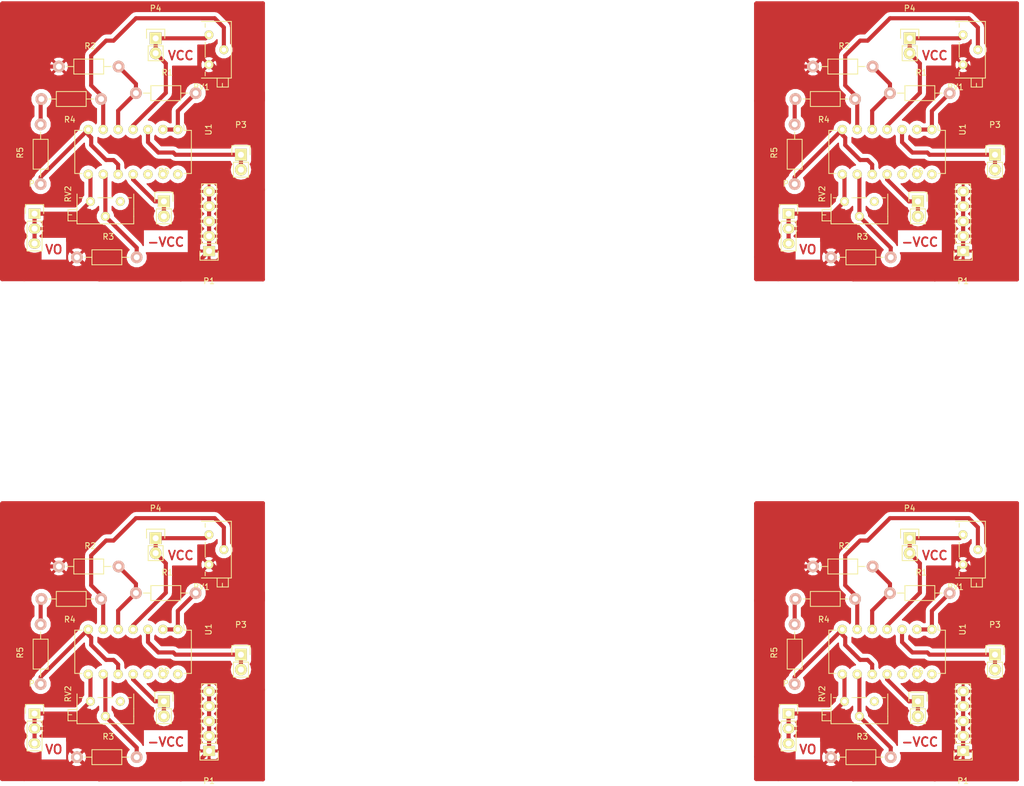
<source format=kicad_pcb>
(kicad_pcb (version 4) (host pcbnew 4.0.2+dfsg1-stable)
  (layers (0 F.Cu signal) (31 B.Cu signal) (34 B.Paste user) (35 F.Paste user) (36 B.SilkS user) (37 F.SilkS user) (38 B.Mask user) (39 F.Mask user) (44 Edge.Cuts user))
  (net 0 "")
  (net 1 /VO)
  (net 2 /V1_LBL)
  (net 3 "Net-(R1-Pad1)")
  (net 4 "Net-(R1-Pad2)")
  (net 5 GND)
  (net 6 "Net-(R3-Pad2)")
  (net 7 "Net-(R4-Pad1)")
  (net 8 "Net-(R4-Pad2)")
  (net 9 "Net-(R5-Pad1)")
  (net 10 +15V)
  (net 11 "Net-(RV2-Pad1)")
  (net 12 -15V)
  (module Pin_Headers:Pin_Header_Straight_1x05 (layer F.Cu) (at 94.986667 81.54 180)
    (fp_text reference P1 (at 0 -5.1 180) (layer F.SilkS))
    (fp_text value CONN_01X05)
    (pad 1 thru_hole rect (at 0 0 180) (size 2.032 1.7272) (drill 1.016) (layers *.Cu *.Mask F.SilkS) (net 5 GND))
    (pad 2 thru_hole oval (at 0 2.54 180) (size 2.032 1.7272) (drill 1.016) (layers *.Cu *.Mask F.SilkS) (net 5 GND))
    (pad 3 thru_hole oval (at 0 5.08 180) (size 2.032 1.7272) (drill 1.016) (layers *.Cu *.Mask F.SilkS) (net 5 GND))
    (pad 4 thru_hole oval (at 0 7.62 180) (size 2.032 1.7272) (drill 1.016) (layers *.Cu *.Mask F.SilkS) (net 5 GND))
    (pad 5 thru_hole oval (at 0 10.16 180) (size 2.032 1.7272) (drill 1.016) (layers *.Cu *.Mask F.SilkS) (net 5 GND))
  )
  (module Pin_Headers:Pin_Header_Straight_1x03 (layer F.Cu) (at 65.298333 75.175)
    (fp_text reference P2 (at 0 -5.1) (layer F.SilkS))
    (fp_text value CONN_01X03)
    (pad 1 thru_hole rect (at 0 0) (size 2.032 1.7272) (drill 1.016) (layers *.Cu *.Mask F.SilkS) (net 1 /VO))
    (pad 2 thru_hole oval (at 0 2.54) (size 2.032 1.7272) (drill 1.016) (layers *.Cu *.Mask F.SilkS) (net 1 /VO))
    (pad 3 thru_hole oval (at 0 5.08) (size 2.032 1.7272) (drill 1.016) (layers *.Cu *.Mask F.SilkS) (net 1 /VO))
  )
  (module Pin_Headers:Pin_Header_Straight_1x02 (layer F.Cu) (at 100.408333 65.145)
    (fp_text reference P3 (at 0 -5.1) (layer F.SilkS))
    (fp_text value CONN_01X02)
    (pad 1 thru_hole rect (at 0 0) (size 2.032 2.032) (drill 1.016) (layers *.Cu *.Mask F.SilkS) (net 2 /V1_LBL))
    (pad 2 thru_hole oval (at 0 2.54) (size 2.032 2.032) (drill 1.016) (layers *.Cu *.Mask F.SilkS) (net 2 /V1_LBL))
  )
  (module Pin_Headers:Pin_Header_Straight_1x02 (layer F.Cu) (at 85.898333 45.325)
    (fp_text reference P4 (at 0 -5.1) (layer F.SilkS))
    (fp_text value CONN_01X02)
    (pad 1 thru_hole rect (at 0 0) (size 2.032 2.032) (drill 1.016) (layers *.Cu *.Mask F.SilkS) (net 10 +15V))
    (pad 2 thru_hole oval (at 0 2.54) (size 2.032 2.032) (drill 1.016) (layers *.Cu *.Mask F.SilkS) (net 10 +15V))
  )
  (module Pin_Headers:Pin_Header_Straight_1x02 (layer F.Cu) (at 87.298333 73.085)
    (fp_text reference P5 (at 0 -5.1) (layer F.SilkS))
    (fp_text value CONN_01X02)
    (pad 1 thru_hole rect (at 0 0) (size 2.032 2.032) (drill 1.016) (layers *.Cu *.Mask F.SilkS) (net 12 -15V))
    (pad 2 thru_hole oval (at 0 2.54) (size 2.032 2.032) (drill 1.016) (layers *.Cu *.Mask F.SilkS) (net 12 -15V))
  )
  (module Resistors_ThroughHole:Resistor_Horizontal_RM10mm (layer F.Cu) (at 82.545001 54.65512)
    (fp_text reference R1 (at 5.32892 -3.50012) (layer F.SilkS))
    (fp_text value 100k)
    (pad 1 thru_hole circle (at 0 0) (size 1.99898 1.99898) (drill 1.00076) (layers *.Cu *.SilkS *.Mask) (net 3 "Net-(R1-Pad1)"))
    (pad 2 thru_hole circle (at 10.16 0) (size 1.99898 1.99898) (drill 1.00076) (layers *.Cu *.SilkS *.Mask) (net 4 "Net-(R1-Pad2)"))
  )
  (module Resistors_ThroughHole:Resistor_Horizontal_RM10mm (layer F.Cu) (at 69.435001 50.13512)
    (fp_text reference R2 (at 5.32892 -3.50012) (layer F.SilkS))
    (fp_text value 100k)
    (pad 1 thru_hole circle (at 0 0) (size 1.99898 1.99898) (drill 1.00076) (layers *.Cu *.SilkS *.Mask) (net 5 GND))
    (pad 2 thru_hole circle (at 10.16 0) (size 1.99898 1.99898) (drill 1.00076) (layers *.Cu *.SilkS *.Mask) (net 3 "Net-(R1-Pad1)"))
  )
  (module Resistors_ThroughHole:Resistor_Horizontal_RM10mm (layer F.Cu) (at 72.515001 82.59512)
    (fp_text reference R3 (at 5.32892 -3.50012) (layer F.SilkS))
    (fp_text value 68k)
    (pad 1 thru_hole circle (at 0 0) (size 1.99898 1.99898) (drill 1.00076) (layers *.Cu *.SilkS *.Mask) (net 5 GND))
    (pad 2 thru_hole circle (at 10.16 0) (size 1.99898 1.99898) (drill 1.00076) (layers *.Cu *.SilkS *.Mask) (net 6 "Net-(R3-Pad2)"))
  )
  (module Resistors_ThroughHole:Resistor_Horizontal_RM10mm (layer F.Cu) (at 76.619999 55.65988 180)
    (fp_text reference R4 (at 5.32892 -3.50012 180) (layer F.SilkS))
    (fp_text value 100k)
    (pad 1 thru_hole circle (at 0 0 180) (size 1.99898 1.99898) (drill 1.00076) (layers *.Cu *.SilkS *.Mask) (net 7 "Net-(R4-Pad1)"))
    (pad 2 thru_hole circle (at 10.16 0 180) (size 1.99898 1.99898) (drill 1.00076) (layers *.Cu *.SilkS *.Mask) (net 8 "Net-(R4-Pad2)"))
  )
  (module Resistors_ThroughHole:Resistor_Horizontal_RM10mm (layer F.Cu) (at 66.33512 70.134999 90)
    (fp_text reference R5 (at 5.32892 -3.50012 90) (layer F.SilkS))
    (fp_text value 100k)
    (pad 1 thru_hole circle (at 0 0 90) (size 1.99898 1.99898) (drill 1.00076) (layers *.Cu *.SilkS *.Mask) (net 9 "Net-(R5-Pad1)"))
    (pad 2 thru_hole circle (at 10.16 0 90) (size 1.99898 1.99898) (drill 1.00076) (layers *.Cu *.SilkS *.Mask) (net 8 "Net-(R4-Pad2)"))
  )
  (module Potentiometers:Potentiometer_Bourns_3296Z_3-8Zoll_Angular_ScrewFront (layer F.Cu) (at 94.959999 44.73 180)
    (fp_text reference RV1 (at 1.27 -8.89 180) (layer F.SilkS))
    (fp_text value 100k)
    (pad 2 thru_hole circle (at -2.54 -2.54 180) (size 1.524 1.524) (drill 0.8128) (layers *.Cu *.Mask F.SilkS) (net 7 "Net-(R4-Pad1)"))
    (pad 3 thru_hole circle (at 0 -5.08 180) (size 1.524 1.524) (drill 0.8128) (layers *.Cu *.Mask F.SilkS) (net 5 GND))
    (pad 1 thru_hole circle (at 0 0 180) (size 1.524 1.524) (drill 0.8128) (layers *.Cu *.Mask F.SilkS) (net 10 +15V))
  )
  (module Potentiometers:Potentiometer_Bourns_3296Z_3-8Zoll_Angular_ScrewFront (layer F.Cu) (at 79.885001 73.095 90)
    (fp_text reference RV2 (at 1.27 -8.89 90) (layer F.SilkS))
    (fp_text value 100k)
    (pad 2 thru_hole circle (at -2.54 -2.54 90) (size 1.524 1.524) (drill 0.8128) (layers *.Cu *.Mask F.SilkS) (net 6 "Net-(R3-Pad2)"))
    (pad 3 thru_hole circle (at 0 -5.08 90) (size 1.524 1.524) (drill 0.8128) (layers *.Cu *.Mask F.SilkS) (net 1 /VO))
    (pad 1 thru_hole circle (at 0 0 90) (size 1.524 1.524) (drill 0.8128) (layers *.Cu *.Mask F.SilkS) (net 11 "Net-(RV2-Pad1)"))
  )
  (module Housings_DIP:DIP-14_W7.62mm (layer F.Cu) (at 89.675 60.853571 270)
    (fp_text reference U1 (at 0 -5.22 270) (layer F.SilkS))
    (fp_text value LM324N)
    (pad 1 thru_hole oval (at 0 0 270) (size 1.6 1.6) (drill 0.8) (layers *.Cu *.Mask F.SilkS) (net 4 "Net-(R1-Pad2)"))
    (pad 2 thru_hole oval (at 0 2.54 270) (size 1.6 1.6) (drill 0.8) (layers *.Cu *.Mask F.SilkS) (net 4 "Net-(R1-Pad2)"))
    (pad 3 thru_hole oval (at 0 5.08 270) (size 1.6 1.6) (drill 0.8) (layers *.Cu *.Mask F.SilkS) (net 2 /V1_LBL))
    (pad 4 thru_hole oval (at 0 7.62 270) (size 1.6 1.6) (drill 0.8) (layers *.Cu *.Mask F.SilkS) (net 10 +15V))
    (pad 5 thru_hole oval (at 0 10.16 270) (size 1.6 1.6) (drill 0.8) (layers *.Cu *.Mask F.SilkS) (net 3 "Net-(R1-Pad1)"))
    (pad 6 thru_hole oval (at 0 12.7 270) (size 1.6 1.6) (drill 0.8) (layers *.Cu *.Mask F.SilkS) (net 7 "Net-(R4-Pad1)"))
    (pad 7 thru_hole oval (at 0 15.24 270) (size 1.6 1.6) (drill 0.8) (layers *.Cu *.Mask F.SilkS) (net 9 "Net-(R5-Pad1)"))
    (pad 8 thru_hole oval (at 7.62 15.24 270) (size 1.6 1.6) (drill 0.8) (layers *.Cu *.Mask F.SilkS) (net 1 /VO))
    (pad 9 thru_hole oval (at 7.62 12.7 270) (size 1.6 1.6) (drill 0.8) (layers *.Cu *.Mask F.SilkS) (net 6 "Net-(R3-Pad2)"))
    (pad 10 thru_hole oval (at 7.62 10.16 270) (size 1.6 1.6) (drill 0.8) (layers *.Cu *.Mask F.SilkS) (net 9 "Net-(R5-Pad1)"))
    (pad 11 thru_hole oval (at 7.62 7.62 270) (size 1.6 1.6) (drill 0.8) (layers *.Cu *.Mask F.SilkS) (net 12 -15V))
    (pad 12 thru_hole oval (at 7.62 5.08 270) (size 1.6 1.6) (drill 0.8) (layers *.Cu *.Mask F.SilkS))
    (pad 13 thru_hole oval (at 7.62 2.54 270) (size 1.6 1.6) (drill 0.8) (layers *.Cu *.Mask F.SilkS))
    (pad 14 thru_hole oval (at 7.62 0 270) (size 1.6 1.6) (drill 0.8) (layers *.Cu *.Mask F.SilkS))
  )
  (module Housings_DIP:DIP-14_W7.62mm (layer F.Cu) (at 217.945 60.853571 270)
    (fp_text reference U1 (at 0 -5.22 270) (layer F.SilkS))
    (fp_text value LM324N)
    (pad 1 thru_hole oval (at 0 0 270) (size 1.6 1.6) (drill 0.8) (layers *.Cu *.Mask F.SilkS) (net 4 "Net-(R1-Pad2)"))
    (pad 2 thru_hole oval (at 0 2.54 270) (size 1.6 1.6) (drill 0.8) (layers *.Cu *.Mask F.SilkS) (net 4 "Net-(R1-Pad2)"))
    (pad 3 thru_hole oval (at 0 5.08 270) (size 1.6 1.6) (drill 0.8) (layers *.Cu *.Mask F.SilkS) (net 2 /V1_LBL))
    (pad 4 thru_hole oval (at 0 7.62 270) (size 1.6 1.6) (drill 0.8) (layers *.Cu *.Mask F.SilkS) (net 10 +15V))
    (pad 5 thru_hole oval (at 0 10.16 270) (size 1.6 1.6) (drill 0.8) (layers *.Cu *.Mask F.SilkS) (net 3 "Net-(R1-Pad1)"))
    (pad 6 thru_hole oval (at 0 12.7 270) (size 1.6 1.6) (drill 0.8) (layers *.Cu *.Mask F.SilkS) (net 7 "Net-(R4-Pad1)"))
    (pad 7 thru_hole oval (at 0 15.24 270) (size 1.6 1.6) (drill 0.8) (layers *.Cu *.Mask F.SilkS) (net 9 "Net-(R5-Pad1)"))
    (pad 8 thru_hole oval (at 7.62 15.24 270) (size 1.6 1.6) (drill 0.8) (layers *.Cu *.Mask F.SilkS) (net 1 /VO))
    (pad 9 thru_hole oval (at 7.62 12.7 270) (size 1.6 1.6) (drill 0.8) (layers *.Cu *.Mask F.SilkS) (net 6 "Net-(R3-Pad2)"))
    (pad 10 thru_hole oval (at 7.62 10.16 270) (size 1.6 1.6) (drill 0.8) (layers *.Cu *.Mask F.SilkS) (net 9 "Net-(R5-Pad1)"))
    (pad 11 thru_hole oval (at 7.62 7.62 270) (size 1.6 1.6) (drill 0.8) (layers *.Cu *.Mask F.SilkS) (net 12 -15V))
    (pad 12 thru_hole oval (at 7.62 5.08 270) (size 1.6 1.6) (drill 0.8) (layers *.Cu *.Mask F.SilkS))
    (pad 13 thru_hole oval (at 7.62 2.54 270) (size 1.6 1.6) (drill 0.8) (layers *.Cu *.Mask F.SilkS))
    (pad 14 thru_hole oval (at 7.62 0 270) (size 1.6 1.6) (drill 0.8) (layers *.Cu *.Mask F.SilkS))
  )
  (module Potentiometers:Potentiometer_Bourns_3296Z_3-8Zoll_Angular_ScrewFront (layer F.Cu) (at 208.155001 73.095 90)
    (fp_text reference RV2 (at 1.27 -8.89 90) (layer F.SilkS))
    (fp_text value 100k)
    (pad 2 thru_hole circle (at -2.54 -2.54 90) (size 1.524 1.524) (drill 0.8128) (layers *.Cu *.Mask F.SilkS) (net 6 "Net-(R3-Pad2)"))
    (pad 3 thru_hole circle (at 0 -5.08 90) (size 1.524 1.524) (drill 0.8128) (layers *.Cu *.Mask F.SilkS) (net 1 /VO))
    (pad 1 thru_hole circle (at 0 0 90) (size 1.524 1.524) (drill 0.8128) (layers *.Cu *.Mask F.SilkS) (net 11 "Net-(RV2-Pad1)"))
  )
  (module Potentiometers:Potentiometer_Bourns_3296Z_3-8Zoll_Angular_ScrewFront (layer F.Cu) (at 223.229999 44.73 180)
    (fp_text reference RV1 (at 1.27 -8.89 180) (layer F.SilkS))
    (fp_text value 100k)
    (pad 2 thru_hole circle (at -2.54 -2.54 180) (size 1.524 1.524) (drill 0.8128) (layers *.Cu *.Mask F.SilkS) (net 7 "Net-(R4-Pad1)"))
    (pad 3 thru_hole circle (at 0 -5.08 180) (size 1.524 1.524) (drill 0.8128) (layers *.Cu *.Mask F.SilkS) (net 5 GND))
    (pad 1 thru_hole circle (at 0 0 180) (size 1.524 1.524) (drill 0.8128) (layers *.Cu *.Mask F.SilkS) (net 10 +15V))
  )
  (module Resistors_ThroughHole:Resistor_Horizontal_RM10mm (layer F.Cu) (at 194.60512 70.134999 90)
    (fp_text reference R5 (at 5.32892 -3.50012 90) (layer F.SilkS))
    (fp_text value 100k)
    (pad 1 thru_hole circle (at 0 0 90) (size 1.99898 1.99898) (drill 1.00076) (layers *.Cu *.SilkS *.Mask) (net 9 "Net-(R5-Pad1)"))
    (pad 2 thru_hole circle (at 10.16 0 90) (size 1.99898 1.99898) (drill 1.00076) (layers *.Cu *.SilkS *.Mask) (net 8 "Net-(R4-Pad2)"))
  )
  (module Resistors_ThroughHole:Resistor_Horizontal_RM10mm (layer F.Cu) (at 204.889999 55.65988 180)
    (fp_text reference R4 (at 5.32892 -3.50012 180) (layer F.SilkS))
    (fp_text value 100k)
    (pad 1 thru_hole circle (at 0 0 180) (size 1.99898 1.99898) (drill 1.00076) (layers *.Cu *.SilkS *.Mask) (net 7 "Net-(R4-Pad1)"))
    (pad 2 thru_hole circle (at 10.16 0 180) (size 1.99898 1.99898) (drill 1.00076) (layers *.Cu *.SilkS *.Mask) (net 8 "Net-(R4-Pad2)"))
  )
  (module Resistors_ThroughHole:Resistor_Horizontal_RM10mm (layer F.Cu) (at 200.785001 82.59512)
    (fp_text reference R3 (at 5.32892 -3.50012) (layer F.SilkS))
    (fp_text value 68k)
    (pad 1 thru_hole circle (at 0 0) (size 1.99898 1.99898) (drill 1.00076) (layers *.Cu *.SilkS *.Mask) (net 5 GND))
    (pad 2 thru_hole circle (at 10.16 0) (size 1.99898 1.99898) (drill 1.00076) (layers *.Cu *.SilkS *.Mask) (net 6 "Net-(R3-Pad2)"))
  )
  (module Resistors_ThroughHole:Resistor_Horizontal_RM10mm (layer F.Cu) (at 197.705001 50.13512)
    (fp_text reference R2 (at 5.32892 -3.50012) (layer F.SilkS))
    (fp_text value 100k)
    (pad 1 thru_hole circle (at 0 0) (size 1.99898 1.99898) (drill 1.00076) (layers *.Cu *.SilkS *.Mask) (net 5 GND))
    (pad 2 thru_hole circle (at 10.16 0) (size 1.99898 1.99898) (drill 1.00076) (layers *.Cu *.SilkS *.Mask) (net 3 "Net-(R1-Pad1)"))
  )
  (module Resistors_ThroughHole:Resistor_Horizontal_RM10mm (layer F.Cu) (at 210.815001 54.65512)
    (fp_text reference R1 (at 5.32892 -3.50012) (layer F.SilkS))
    (fp_text value 100k)
    (pad 1 thru_hole circle (at 0 0) (size 1.99898 1.99898) (drill 1.00076) (layers *.Cu *.SilkS *.Mask) (net 3 "Net-(R1-Pad1)"))
    (pad 2 thru_hole circle (at 10.16 0) (size 1.99898 1.99898) (drill 1.00076) (layers *.Cu *.SilkS *.Mask) (net 4 "Net-(R1-Pad2)"))
  )
  (module Pin_Headers:Pin_Header_Straight_1x02 (layer F.Cu) (at 215.568333 73.085)
    (fp_text reference P5 (at 0 -5.1) (layer F.SilkS))
    (fp_text value CONN_01X02)
    (pad 1 thru_hole rect (at 0 0) (size 2.032 2.032) (drill 1.016) (layers *.Cu *.Mask F.SilkS) (net 12 -15V))
    (pad 2 thru_hole oval (at 0 2.54) (size 2.032 2.032) (drill 1.016) (layers *.Cu *.Mask F.SilkS) (net 12 -15V))
  )
  (module Pin_Headers:Pin_Header_Straight_1x02 (layer F.Cu) (at 214.168333 45.325)
    (fp_text reference P4 (at 0 -5.1) (layer F.SilkS))
    (fp_text value CONN_01X02)
    (pad 1 thru_hole rect (at 0 0) (size 2.032 2.032) (drill 1.016) (layers *.Cu *.Mask F.SilkS) (net 10 +15V))
    (pad 2 thru_hole oval (at 0 2.54) (size 2.032 2.032) (drill 1.016) (layers *.Cu *.Mask F.SilkS) (net 10 +15V))
  )
  (module Pin_Headers:Pin_Header_Straight_1x02 (layer F.Cu) (at 228.678333 65.145)
    (fp_text reference P3 (at 0 -5.1) (layer F.SilkS))
    (fp_text value CONN_01X02)
    (pad 1 thru_hole rect (at 0 0) (size 2.032 2.032) (drill 1.016) (layers *.Cu *.Mask F.SilkS) (net 2 /V1_LBL))
    (pad 2 thru_hole oval (at 0 2.54) (size 2.032 2.032) (drill 1.016) (layers *.Cu *.Mask F.SilkS) (net 2 /V1_LBL))
  )
  (module Pin_Headers:Pin_Header_Straight_1x03 (layer F.Cu) (at 193.568333 75.175)
    (fp_text reference P2 (at 0 -5.1) (layer F.SilkS))
    (fp_text value CONN_01X03)
    (pad 1 thru_hole rect (at 0 0) (size 2.032 1.7272) (drill 1.016) (layers *.Cu *.Mask F.SilkS) (net 1 /VO))
    (pad 2 thru_hole oval (at 0 2.54) (size 2.032 1.7272) (drill 1.016) (layers *.Cu *.Mask F.SilkS) (net 1 /VO))
    (pad 3 thru_hole oval (at 0 5.08) (size 2.032 1.7272) (drill 1.016) (layers *.Cu *.Mask F.SilkS) (net 1 /VO))
  )
  (module Pin_Headers:Pin_Header_Straight_1x05 (layer F.Cu) (at 223.256667 81.54 180)
    (fp_text reference P1 (at 0 -5.1 180) (layer F.SilkS))
    (fp_text value CONN_01X05)
    (pad 1 thru_hole rect (at 0 0 180) (size 2.032 1.7272) (drill 1.016) (layers *.Cu *.Mask F.SilkS) (net 5 GND))
    (pad 2 thru_hole oval (at 0 2.54 180) (size 2.032 1.7272) (drill 1.016) (layers *.Cu *.Mask F.SilkS) (net 5 GND))
    (pad 3 thru_hole oval (at 0 5.08 180) (size 2.032 1.7272) (drill 1.016) (layers *.Cu *.Mask F.SilkS) (net 5 GND))
    (pad 4 thru_hole oval (at 0 7.62 180) (size 2.032 1.7272) (drill 1.016) (layers *.Cu *.Mask F.SilkS) (net 5 GND))
    (pad 5 thru_hole oval (at 0 10.16 180) (size 2.032 1.7272) (drill 1.016) (layers *.Cu *.Mask F.SilkS) (net 5 GND))
  )
  (module Pin_Headers:Pin_Header_Straight_1x05 (layer F.Cu) (at 223.256667 166.63 180)
    (fp_text reference P1 (at 0 -5.1 180) (layer F.SilkS))
    (fp_text value CONN_01X05)
    (pad 1 thru_hole rect (at 0 0 180) (size 2.032 1.7272) (drill 1.016) (layers *.Cu *.Mask F.SilkS) (net 5 GND))
    (pad 2 thru_hole oval (at 0 2.54 180) (size 2.032 1.7272) (drill 1.016) (layers *.Cu *.Mask F.SilkS) (net 5 GND))
    (pad 3 thru_hole oval (at 0 5.08 180) (size 2.032 1.7272) (drill 1.016) (layers *.Cu *.Mask F.SilkS) (net 5 GND))
    (pad 4 thru_hole oval (at 0 7.62 180) (size 2.032 1.7272) (drill 1.016) (layers *.Cu *.Mask F.SilkS) (net 5 GND))
    (pad 5 thru_hole oval (at 0 10.16 180) (size 2.032 1.7272) (drill 1.016) (layers *.Cu *.Mask F.SilkS) (net 5 GND))
  )
  (module Pin_Headers:Pin_Header_Straight_1x03 (layer F.Cu) (at 193.568333 160.265)
    (fp_text reference P2 (at 0 -5.1) (layer F.SilkS))
    (fp_text value CONN_01X03)
    (pad 1 thru_hole rect (at 0 0) (size 2.032 1.7272) (drill 1.016) (layers *.Cu *.Mask F.SilkS) (net 1 /VO))
    (pad 2 thru_hole oval (at 0 2.54) (size 2.032 1.7272) (drill 1.016) (layers *.Cu *.Mask F.SilkS) (net 1 /VO))
    (pad 3 thru_hole oval (at 0 5.08) (size 2.032 1.7272) (drill 1.016) (layers *.Cu *.Mask F.SilkS) (net 1 /VO))
  )
  (module Pin_Headers:Pin_Header_Straight_1x02 (layer F.Cu) (at 228.678333 150.235)
    (fp_text reference P3 (at 0 -5.1) (layer F.SilkS))
    (fp_text value CONN_01X02)
    (pad 1 thru_hole rect (at 0 0) (size 2.032 2.032) (drill 1.016) (layers *.Cu *.Mask F.SilkS) (net 2 /V1_LBL))
    (pad 2 thru_hole oval (at 0 2.54) (size 2.032 2.032) (drill 1.016) (layers *.Cu *.Mask F.SilkS) (net 2 /V1_LBL))
  )
  (module Pin_Headers:Pin_Header_Straight_1x02 (layer F.Cu) (at 214.168333 130.415)
    (fp_text reference P4 (at 0 -5.1) (layer F.SilkS))
    (fp_text value CONN_01X02)
    (pad 1 thru_hole rect (at 0 0) (size 2.032 2.032) (drill 1.016) (layers *.Cu *.Mask F.SilkS) (net 10 +15V))
    (pad 2 thru_hole oval (at 0 2.54) (size 2.032 2.032) (drill 1.016) (layers *.Cu *.Mask F.SilkS) (net 10 +15V))
  )
  (module Pin_Headers:Pin_Header_Straight_1x02 (layer F.Cu) (at 215.568333 158.175)
    (fp_text reference P5 (at 0 -5.1) (layer F.SilkS))
    (fp_text value CONN_01X02)
    (pad 1 thru_hole rect (at 0 0) (size 2.032 2.032) (drill 1.016) (layers *.Cu *.Mask F.SilkS) (net 12 -15V))
    (pad 2 thru_hole oval (at 0 2.54) (size 2.032 2.032) (drill 1.016) (layers *.Cu *.Mask F.SilkS) (net 12 -15V))
  )
  (module Resistors_ThroughHole:Resistor_Horizontal_RM10mm (layer F.Cu) (at 210.815001 139.74512)
    (fp_text reference R1 (at 5.32892 -3.50012) (layer F.SilkS))
    (fp_text value 100k)
    (pad 1 thru_hole circle (at 0 0) (size 1.99898 1.99898) (drill 1.00076) (layers *.Cu *.SilkS *.Mask) (net 3 "Net-(R1-Pad1)"))
    (pad 2 thru_hole circle (at 10.16 0) (size 1.99898 1.99898) (drill 1.00076) (layers *.Cu *.SilkS *.Mask) (net 4 "Net-(R1-Pad2)"))
  )
  (module Resistors_ThroughHole:Resistor_Horizontal_RM10mm (layer F.Cu) (at 197.705001 135.22512)
    (fp_text reference R2 (at 5.32892 -3.50012) (layer F.SilkS))
    (fp_text value 100k)
    (pad 1 thru_hole circle (at 0 0) (size 1.99898 1.99898) (drill 1.00076) (layers *.Cu *.SilkS *.Mask) (net 5 GND))
    (pad 2 thru_hole circle (at 10.16 0) (size 1.99898 1.99898) (drill 1.00076) (layers *.Cu *.SilkS *.Mask) (net 3 "Net-(R1-Pad1)"))
  )
  (module Resistors_ThroughHole:Resistor_Horizontal_RM10mm (layer F.Cu) (at 200.785001 167.68512)
    (fp_text reference R3 (at 5.32892 -3.50012) (layer F.SilkS))
    (fp_text value 68k)
    (pad 1 thru_hole circle (at 0 0) (size 1.99898 1.99898) (drill 1.00076) (layers *.Cu *.SilkS *.Mask) (net 5 GND))
    (pad 2 thru_hole circle (at 10.16 0) (size 1.99898 1.99898) (drill 1.00076) (layers *.Cu *.SilkS *.Mask) (net 6 "Net-(R3-Pad2)"))
  )
  (module Resistors_ThroughHole:Resistor_Horizontal_RM10mm (layer F.Cu) (at 204.889999 140.74988 180)
    (fp_text reference R4 (at 5.32892 -3.50012 180) (layer F.SilkS))
    (fp_text value 100k)
    (pad 1 thru_hole circle (at 0 0 180) (size 1.99898 1.99898) (drill 1.00076) (layers *.Cu *.SilkS *.Mask) (net 7 "Net-(R4-Pad1)"))
    (pad 2 thru_hole circle (at 10.16 0 180) (size 1.99898 1.99898) (drill 1.00076) (layers *.Cu *.SilkS *.Mask) (net 8 "Net-(R4-Pad2)"))
  )
  (module Resistors_ThroughHole:Resistor_Horizontal_RM10mm (layer F.Cu) (at 194.60512 155.224999 90)
    (fp_text reference R5 (at 5.32892 -3.50012 90) (layer F.SilkS))
    (fp_text value 100k)
    (pad 1 thru_hole circle (at 0 0 90) (size 1.99898 1.99898) (drill 1.00076) (layers *.Cu *.SilkS *.Mask) (net 9 "Net-(R5-Pad1)"))
    (pad 2 thru_hole circle (at 10.16 0 90) (size 1.99898 1.99898) (drill 1.00076) (layers *.Cu *.SilkS *.Mask) (net 8 "Net-(R4-Pad2)"))
  )
  (module Potentiometers:Potentiometer_Bourns_3296Z_3-8Zoll_Angular_ScrewFront (layer F.Cu) (at 223.229999 129.82 180)
    (fp_text reference RV1 (at 1.27 -8.89 180) (layer F.SilkS))
    (fp_text value 100k)
    (pad 2 thru_hole circle (at -2.54 -2.54 180) (size 1.524 1.524) (drill 0.8128) (layers *.Cu *.Mask F.SilkS) (net 7 "Net-(R4-Pad1)"))
    (pad 3 thru_hole circle (at 0 -5.08 180) (size 1.524 1.524) (drill 0.8128) (layers *.Cu *.Mask F.SilkS) (net 5 GND))
    (pad 1 thru_hole circle (at 0 0 180) (size 1.524 1.524) (drill 0.8128) (layers *.Cu *.Mask F.SilkS) (net 10 +15V))
  )
  (module Potentiometers:Potentiometer_Bourns_3296Z_3-8Zoll_Angular_ScrewFront (layer F.Cu) (at 208.155001 158.185 90)
    (fp_text reference RV2 (at 1.27 -8.89 90) (layer F.SilkS))
    (fp_text value 100k)
    (pad 2 thru_hole circle (at -2.54 -2.54 90) (size 1.524 1.524) (drill 0.8128) (layers *.Cu *.Mask F.SilkS) (net 6 "Net-(R3-Pad2)"))
    (pad 3 thru_hole circle (at 0 -5.08 90) (size 1.524 1.524) (drill 0.8128) (layers *.Cu *.Mask F.SilkS) (net 1 /VO))
    (pad 1 thru_hole circle (at 0 0 90) (size 1.524 1.524) (drill 0.8128) (layers *.Cu *.Mask F.SilkS) (net 11 "Net-(RV2-Pad1)"))
  )
  (module Housings_DIP:DIP-14_W7.62mm (layer F.Cu) (at 217.945 145.943571 270)
    (fp_text reference U1 (at 0 -5.22 270) (layer F.SilkS))
    (fp_text value LM324N)
    (pad 1 thru_hole oval (at 0 0 270) (size 1.6 1.6) (drill 0.8) (layers *.Cu *.Mask F.SilkS) (net 4 "Net-(R1-Pad2)"))
    (pad 2 thru_hole oval (at 0 2.54 270) (size 1.6 1.6) (drill 0.8) (layers *.Cu *.Mask F.SilkS) (net 4 "Net-(R1-Pad2)"))
    (pad 3 thru_hole oval (at 0 5.08 270) (size 1.6 1.6) (drill 0.8) (layers *.Cu *.Mask F.SilkS) (net 2 /V1_LBL))
    (pad 4 thru_hole oval (at 0 7.62 270) (size 1.6 1.6) (drill 0.8) (layers *.Cu *.Mask F.SilkS) (net 10 +15V))
    (pad 5 thru_hole oval (at 0 10.16 270) (size 1.6 1.6) (drill 0.8) (layers *.Cu *.Mask F.SilkS) (net 3 "Net-(R1-Pad1)"))
    (pad 6 thru_hole oval (at 0 12.7 270) (size 1.6 1.6) (drill 0.8) (layers *.Cu *.Mask F.SilkS) (net 7 "Net-(R4-Pad1)"))
    (pad 7 thru_hole oval (at 0 15.24 270) (size 1.6 1.6) (drill 0.8) (layers *.Cu *.Mask F.SilkS) (net 9 "Net-(R5-Pad1)"))
    (pad 8 thru_hole oval (at 7.62 15.24 270) (size 1.6 1.6) (drill 0.8) (layers *.Cu *.Mask F.SilkS) (net 1 /VO))
    (pad 9 thru_hole oval (at 7.62 12.7 270) (size 1.6 1.6) (drill 0.8) (layers *.Cu *.Mask F.SilkS) (net 6 "Net-(R3-Pad2)"))
    (pad 10 thru_hole oval (at 7.62 10.16 270) (size 1.6 1.6) (drill 0.8) (layers *.Cu *.Mask F.SilkS) (net 9 "Net-(R5-Pad1)"))
    (pad 11 thru_hole oval (at 7.62 7.62 270) (size 1.6 1.6) (drill 0.8) (layers *.Cu *.Mask F.SilkS) (net 12 -15V))
    (pad 12 thru_hole oval (at 7.62 5.08 270) (size 1.6 1.6) (drill 0.8) (layers *.Cu *.Mask F.SilkS))
    (pad 13 thru_hole oval (at 7.62 2.54 270) (size 1.6 1.6) (drill 0.8) (layers *.Cu *.Mask F.SilkS))
    (pad 14 thru_hole oval (at 7.62 0 270) (size 1.6 1.6) (drill 0.8) (layers *.Cu *.Mask F.SilkS))
  )
  (module Housings_DIP:DIP-14_W7.62mm (layer F.Cu) (at 89.675 145.943571 270)
    (fp_text reference U1 (at 0 -5.22 270) (layer F.SilkS))
    (fp_text value LM324N)
    (pad 1 thru_hole oval (at 0 0 270) (size 1.6 1.6) (drill 0.8) (layers *.Cu *.Mask F.SilkS) (net 4 "Net-(R1-Pad2)"))
    (pad 2 thru_hole oval (at 0 2.54 270) (size 1.6 1.6) (drill 0.8) (layers *.Cu *.Mask F.SilkS) (net 4 "Net-(R1-Pad2)"))
    (pad 3 thru_hole oval (at 0 5.08 270) (size 1.6 1.6) (drill 0.8) (layers *.Cu *.Mask F.SilkS) (net 2 /V1_LBL))
    (pad 4 thru_hole oval (at 0 7.62 270) (size 1.6 1.6) (drill 0.8) (layers *.Cu *.Mask F.SilkS) (net 10 +15V))
    (pad 5 thru_hole oval (at 0 10.16 270) (size 1.6 1.6) (drill 0.8) (layers *.Cu *.Mask F.SilkS) (net 3 "Net-(R1-Pad1)"))
    (pad 6 thru_hole oval (at 0 12.7 270) (size 1.6 1.6) (drill 0.8) (layers *.Cu *.Mask F.SilkS) (net 7 "Net-(R4-Pad1)"))
    (pad 7 thru_hole oval (at 0 15.24 270) (size 1.6 1.6) (drill 0.8) (layers *.Cu *.Mask F.SilkS) (net 9 "Net-(R5-Pad1)"))
    (pad 8 thru_hole oval (at 7.62 15.24 270) (size 1.6 1.6) (drill 0.8) (layers *.Cu *.Mask F.SilkS) (net 1 /VO))
    (pad 9 thru_hole oval (at 7.62 12.7 270) (size 1.6 1.6) (drill 0.8) (layers *.Cu *.Mask F.SilkS) (net 6 "Net-(R3-Pad2)"))
    (pad 10 thru_hole oval (at 7.62 10.16 270) (size 1.6 1.6) (drill 0.8) (layers *.Cu *.Mask F.SilkS) (net 9 "Net-(R5-Pad1)"))
    (pad 11 thru_hole oval (at 7.62 7.62 270) (size 1.6 1.6) (drill 0.8) (layers *.Cu *.Mask F.SilkS) (net 12 -15V))
    (pad 12 thru_hole oval (at 7.62 5.08 270) (size 1.6 1.6) (drill 0.8) (layers *.Cu *.Mask F.SilkS))
    (pad 13 thru_hole oval (at 7.62 2.54 270) (size 1.6 1.6) (drill 0.8) (layers *.Cu *.Mask F.SilkS))
    (pad 14 thru_hole oval (at 7.62 0 270) (size 1.6 1.6) (drill 0.8) (layers *.Cu *.Mask F.SilkS))
  )
  (module Potentiometers:Potentiometer_Bourns_3296Z_3-8Zoll_Angular_ScrewFront (layer F.Cu) (at 79.885001 158.185 90)
    (fp_text reference RV2 (at 1.27 -8.89 90) (layer F.SilkS))
    (fp_text value 100k)
    (pad 2 thru_hole circle (at -2.54 -2.54 90) (size 1.524 1.524) (drill 0.8128) (layers *.Cu *.Mask F.SilkS) (net 6 "Net-(R3-Pad2)"))
    (pad 3 thru_hole circle (at 0 -5.08 90) (size 1.524 1.524) (drill 0.8128) (layers *.Cu *.Mask F.SilkS) (net 1 /VO))
    (pad 1 thru_hole circle (at 0 0 90) (size 1.524 1.524) (drill 0.8128) (layers *.Cu *.Mask F.SilkS) (net 11 "Net-(RV2-Pad1)"))
  )
  (module Potentiometers:Potentiometer_Bourns_3296Z_3-8Zoll_Angular_ScrewFront (layer F.Cu) (at 94.959999 129.82 180)
    (fp_text reference RV1 (at 1.27 -8.89 180) (layer F.SilkS))
    (fp_text value 100k)
    (pad 2 thru_hole circle (at -2.54 -2.54 180) (size 1.524 1.524) (drill 0.8128) (layers *.Cu *.Mask F.SilkS) (net 7 "Net-(R4-Pad1)"))
    (pad 3 thru_hole circle (at 0 -5.08 180) (size 1.524 1.524) (drill 0.8128) (layers *.Cu *.Mask F.SilkS) (net 5 GND))
    (pad 1 thru_hole circle (at 0 0 180) (size 1.524 1.524) (drill 0.8128) (layers *.Cu *.Mask F.SilkS) (net 10 +15V))
  )
  (module Resistors_ThroughHole:Resistor_Horizontal_RM10mm (layer F.Cu) (at 66.33512 155.224999 90)
    (fp_text reference R5 (at 5.32892 -3.50012 90) (layer F.SilkS))
    (fp_text value 100k)
    (pad 1 thru_hole circle (at 0 0 90) (size 1.99898 1.99898) (drill 1.00076) (layers *.Cu *.SilkS *.Mask) (net 9 "Net-(R5-Pad1)"))
    (pad 2 thru_hole circle (at 10.16 0 90) (size 1.99898 1.99898) (drill 1.00076) (layers *.Cu *.SilkS *.Mask) (net 8 "Net-(R4-Pad2)"))
  )
  (module Resistors_ThroughHole:Resistor_Horizontal_RM10mm (layer F.Cu) (at 76.619999 140.74988 180)
    (fp_text reference R4 (at 5.32892 -3.50012 180) (layer F.SilkS))
    (fp_text value 100k)
    (pad 1 thru_hole circle (at 0 0 180) (size 1.99898 1.99898) (drill 1.00076) (layers *.Cu *.SilkS *.Mask) (net 7 "Net-(R4-Pad1)"))
    (pad 2 thru_hole circle (at 10.16 0 180) (size 1.99898 1.99898) (drill 1.00076) (layers *.Cu *.SilkS *.Mask) (net 8 "Net-(R4-Pad2)"))
  )
  (module Resistors_ThroughHole:Resistor_Horizontal_RM10mm (layer F.Cu) (at 72.515001 167.68512)
    (fp_text reference R3 (at 5.32892 -3.50012) (layer F.SilkS))
    (fp_text value 68k)
    (pad 1 thru_hole circle (at 0 0) (size 1.99898 1.99898) (drill 1.00076) (layers *.Cu *.SilkS *.Mask) (net 5 GND))
    (pad 2 thru_hole circle (at 10.16 0) (size 1.99898 1.99898) (drill 1.00076) (layers *.Cu *.SilkS *.Mask) (net 6 "Net-(R3-Pad2)"))
  )
  (module Resistors_ThroughHole:Resistor_Horizontal_RM10mm (layer F.Cu) (at 69.435001 135.22512)
    (fp_text reference R2 (at 5.32892 -3.50012) (layer F.SilkS))
    (fp_text value 100k)
    (pad 1 thru_hole circle (at 0 0) (size 1.99898 1.99898) (drill 1.00076) (layers *.Cu *.SilkS *.Mask) (net 5 GND))
    (pad 2 thru_hole circle (at 10.16 0) (size 1.99898 1.99898) (drill 1.00076) (layers *.Cu *.SilkS *.Mask) (net 3 "Net-(R1-Pad1)"))
  )
  (module Resistors_ThroughHole:Resistor_Horizontal_RM10mm (layer F.Cu) (at 82.545001 139.74512)
    (fp_text reference R1 (at 5.32892 -3.50012) (layer F.SilkS))
    (fp_text value 100k)
    (pad 1 thru_hole circle (at 0 0) (size 1.99898 1.99898) (drill 1.00076) (layers *.Cu *.SilkS *.Mask) (net 3 "Net-(R1-Pad1)"))
    (pad 2 thru_hole circle (at 10.16 0) (size 1.99898 1.99898) (drill 1.00076) (layers *.Cu *.SilkS *.Mask) (net 4 "Net-(R1-Pad2)"))
  )
  (module Pin_Headers:Pin_Header_Straight_1x02 (layer F.Cu) (at 87.298333 158.175)
    (fp_text reference P5 (at 0 -5.1) (layer F.SilkS))
    (fp_text value CONN_01X02)
    (pad 1 thru_hole rect (at 0 0) (size 2.032 2.032) (drill 1.016) (layers *.Cu *.Mask F.SilkS) (net 12 -15V))
    (pad 2 thru_hole oval (at 0 2.54) (size 2.032 2.032) (drill 1.016) (layers *.Cu *.Mask F.SilkS) (net 12 -15V))
  )
  (module Pin_Headers:Pin_Header_Straight_1x02 (layer F.Cu) (at 85.898333 130.415)
    (fp_text reference P4 (at 0 -5.1) (layer F.SilkS))
    (fp_text value CONN_01X02)
    (pad 1 thru_hole rect (at 0 0) (size 2.032 2.032) (drill 1.016) (layers *.Cu *.Mask F.SilkS) (net 10 +15V))
    (pad 2 thru_hole oval (at 0 2.54) (size 2.032 2.032) (drill 1.016) (layers *.Cu *.Mask F.SilkS) (net 10 +15V))
  )
  (module Pin_Headers:Pin_Header_Straight_1x02 (layer F.Cu) (at 100.408333 150.235)
    (fp_text reference P3 (at 0 -5.1) (layer F.SilkS))
    (fp_text value CONN_01X02)
    (pad 1 thru_hole rect (at 0 0) (size 2.032 2.032) (drill 1.016) (layers *.Cu *.Mask F.SilkS) (net 2 /V1_LBL))
    (pad 2 thru_hole oval (at 0 2.54) (size 2.032 2.032) (drill 1.016) (layers *.Cu *.Mask F.SilkS) (net 2 /V1_LBL))
  )
  (module Pin_Headers:Pin_Header_Straight_1x03 (layer F.Cu) (at 65.298333 160.265)
    (fp_text reference P2 (at 0 -5.1) (layer F.SilkS))
    (fp_text value CONN_01X03)
    (pad 1 thru_hole rect (at 0 0) (size 2.032 1.7272) (drill 1.016) (layers *.Cu *.Mask F.SilkS) (net 1 /VO))
    (pad 2 thru_hole oval (at 0 2.54) (size 2.032 1.7272) (drill 1.016) (layers *.Cu *.Mask F.SilkS) (net 1 /VO))
    (pad 3 thru_hole oval (at 0 5.08) (size 2.032 1.7272) (drill 1.016) (layers *.Cu *.Mask F.SilkS) (net 1 /VO))
  )
  (module Pin_Headers:Pin_Header_Straight_1x05 (layer F.Cu) (at 94.986667 166.63 180)
    (fp_text reference P1 (at 0 -5.1 180) (layer F.SilkS))
    (fp_text value CONN_01X05)
    (pad 1 thru_hole rect (at 0 0 180) (size 2.032 1.7272) (drill 1.016) (layers *.Cu *.Mask F.SilkS) (net 5 GND))
    (pad 2 thru_hole oval (at 0 2.54 180) (size 2.032 1.7272) (drill 1.016) (layers *.Cu *.Mask F.SilkS) (net 5 GND))
    (pad 3 thru_hole oval (at 0 5.08 180) (size 2.032 1.7272) (drill 1.016) (layers *.Cu *.Mask F.SilkS) (net 5 GND))
    (pad 4 thru_hole oval (at 0 7.62 180) (size 2.032 1.7272) (drill 1.016) (layers *.Cu *.Mask F.SilkS) (net 5 GND))
    (pad 5 thru_hole oval (at 0 10.16 180) (size 2.032 1.7272) (drill 1.016) (layers *.Cu *.Mask F.SilkS) (net 5 GND))
  )
  (gr_text "-VCC\n" (at 87.63 80.01) (layer F.Cu) (effects (font (size 1.5 1.5) (thickness 0.3))))
  (gr_text VCC (at 90.17 48.26) (layer F.Cu) (effects (font (size 1.5 1.5) (thickness 0.3))))
  (gr_text VO (at 68.58 81.28) (layer F.Cu) (effects (font (size 1.5 1.5) (thickness 0.3))))
  (gr_text VO (at 196.85 81.28) (layer F.Cu) (effects (font (size 1.5 1.5) (thickness 0.3))))
  (gr_text VCC (at 218.44 48.26) (layer F.Cu) (effects (font (size 1.5 1.5) (thickness 0.3))))
  (gr_text "-VCC\n" (at 215.9 80.01) (layer F.Cu) (effects (font (size 1.5 1.5) (thickness 0.3))))
  (gr_text "-VCC\n" (at 215.9 165.1) (layer F.Cu) (effects (font (size 1.5 1.5) (thickness 0.3))))
  (gr_text VCC (at 218.44 133.35) (layer F.Cu) (effects (font (size 1.5 1.5) (thickness 0.3))))
  (gr_text VO (at 196.85 166.37) (layer F.Cu) (effects (font (size 1.5 1.5) (thickness 0.3))))
  (gr_text VO (at 68.58 166.37) (layer F.Cu) (effects (font (size 1.5 1.5) (thickness 0.3))))
  (gr_text VCC (at 90.17 133.35) (layer F.Cu) (effects (font (size 1.5 1.5) (thickness 0.3))))
  (gr_text "-VCC\n" (at 87.63 165.1) (layer F.Cu) (effects (font (size 1.5 1.5) (thickness 0.3))))
  (segment (start 65.298333 77.715) (end 65.298333 75.175) (width 0.7) (layer F.Cu) (net 1))
  (segment (start 65.298333 80.255) (end 65.298333 77.715) (width 0.7) (layer F.Cu) (net 1))
  (segment (start 65.298333 75.175) (end 72.725001 75.175) (width 0.7) (layer F.Cu) (net 1))
  (segment (start 72.725001 75.175) (end 74.805001 73.095) (width 0.7) (layer F.Cu) (net 1))
  (segment (start 74.805001 73.095) (end 74.805001 68.843572) (width 0.7) (layer F.Cu) (net 1))
  (segment (start 74.805001 68.843572) (end 74.435 68.473571) (width 0.7) (layer F.Cu) (net 1))
  (segment (start 203.075001 68.843572) (end 202.705 68.473571) (width 0.7) (layer F.Cu) (net 1))
  (segment (start 203.075001 73.095) (end 203.075001 68.843572) (width 0.7) (layer F.Cu) (net 1))
  (segment (start 200.995001 75.175) (end 203.075001 73.095) (width 0.7) (layer F.Cu) (net 1))
  (segment (start 193.568333 75.175) (end 200.995001 75.175) (width 0.7) (layer F.Cu) (net 1))
  (segment (start 193.568333 80.255) (end 193.568333 77.715) (width 0.7) (layer F.Cu) (net 1))
  (segment (start 193.568333 77.715) (end 193.568333 75.175) (width 0.7) (layer F.Cu) (net 1))
  (segment (start 193.568333 162.805) (end 193.568333 160.265) (width 0.7) (layer F.Cu) (net 1))
  (segment (start 193.568333 165.345) (end 193.568333 162.805) (width 0.7) (layer F.Cu) (net 1))
  (segment (start 193.568333 160.265) (end 200.995001 160.265) (width 0.7) (layer F.Cu) (net 1))
  (segment (start 200.995001 160.265) (end 203.075001 158.185) (width 0.7) (layer F.Cu) (net 1))
  (segment (start 203.075001 158.185) (end 203.075001 153.933572) (width 0.7) (layer F.Cu) (net 1))
  (segment (start 203.075001 153.933572) (end 202.705 153.563571) (width 0.7) (layer F.Cu) (net 1))
  (segment (start 74.805001 153.933572) (end 74.435 153.563571) (width 0.7) (layer F.Cu) (net 1))
  (segment (start 74.805001 158.185) (end 74.805001 153.933572) (width 0.7) (layer F.Cu) (net 1))
  (segment (start 72.725001 160.265) (end 74.805001 158.185) (width 0.7) (layer F.Cu) (net 1))
  (segment (start 65.298333 160.265) (end 72.725001 160.265) (width 0.7) (layer F.Cu) (net 1))
  (segment (start 65.298333 165.345) (end 65.298333 162.805) (width 0.7) (layer F.Cu) (net 1))
  (segment (start 65.298333 162.805) (end 65.298333 160.265) (width 0.7) (layer F.Cu) (net 1))
  (segment (start 100.408333 65.145) (end 89.275 65.145) (width 0.7) (layer F.Cu) (net 2))
  (segment (start 84.595 63.005) (end 84.595 60.853571) (width 0.7) (layer F.Cu) (net 2))
  (segment (start 86.36 64.77) (end 84.595 63.005) (width 0.7) (layer F.Cu) (net 2))
  (segment (start 88.9 64.77) (end 86.36 64.77) (width 0.7) (layer F.Cu) (net 2))
  (segment (start 89.275 65.145) (end 88.9 64.77) (width 0.7) (layer F.Cu) (net 2))
  (segment (start 100.408333 67.685) (end 100.408333 65.145) (width 0.7) (layer F.Cu) (net 2))
  (segment (start 228.678333 67.685) (end 228.678333 65.145) (width 0.7) (layer F.Cu) (net 2))
  (segment (start 217.545 65.145) (end 217.17 64.77) (width 0.7) (layer F.Cu) (net 2))
  (segment (start 217.17 64.77) (end 214.63 64.77) (width 0.7) (layer F.Cu) (net 2))
  (segment (start 214.63 64.77) (end 212.865 63.005) (width 0.7) (layer F.Cu) (net 2))
  (segment (start 212.865 63.005) (end 212.865 60.853571) (width 0.7) (layer F.Cu) (net 2))
  (segment (start 228.678333 65.145) (end 217.545 65.145) (width 0.7) (layer F.Cu) (net 2))
  (segment (start 228.678333 150.235) (end 217.545 150.235) (width 0.7) (layer F.Cu) (net 2))
  (segment (start 212.865 148.095) (end 212.865 145.943571) (width 0.7) (layer F.Cu) (net 2))
  (segment (start 214.63 149.86) (end 212.865 148.095) (width 0.7) (layer F.Cu) (net 2))
  (segment (start 217.17 149.86) (end 214.63 149.86) (width 0.7) (layer F.Cu) (net 2))
  (segment (start 217.545 150.235) (end 217.17 149.86) (width 0.7) (layer F.Cu) (net 2))
  (segment (start 228.678333 152.775) (end 228.678333 150.235) (width 0.7) (layer F.Cu) (net 2))
  (segment (start 100.408333 152.775) (end 100.408333 150.235) (width 0.7) (layer F.Cu) (net 2))
  (segment (start 89.275 150.235) (end 88.9 149.86) (width 0.7) (layer F.Cu) (net 2))
  (segment (start 88.9 149.86) (end 86.36 149.86) (width 0.7) (layer F.Cu) (net 2))
  (segment (start 86.36 149.86) (end 84.595 148.095) (width 0.7) (layer F.Cu) (net 2))
  (segment (start 84.595 148.095) (end 84.595 145.943571) (width 0.7) (layer F.Cu) (net 2))
  (segment (start 100.408333 150.235) (end 89.275 150.235) (width 0.7) (layer F.Cu) (net 2))
  (segment (start 82.545001 54.65512) (end 82.545001 53.08512) (width 0.7) (layer F.Cu) (net 3))
  (segment (start 82.545001 53.08512) (end 79.595001 50.13512) (width 0.7) (layer F.Cu) (net 3))
  (segment (start 79.515 60.853571) (end 79.515 57.645) (width 0.7) (layer F.Cu) (net 3))
  (segment (start 79.515 57.645) (end 82.50488 54.65512) (width 0.7) (layer F.Cu) (net 3))
  (segment (start 82.50488 54.65512) (end 82.545001 54.65512) (width 0.7) (layer F.Cu) (net 3))
  (segment (start 210.77488 54.65512) (end 210.815001 54.65512) (width 0.7) (layer F.Cu) (net 3))
  (segment (start 207.785 57.645) (end 210.77488 54.65512) (width 0.7) (layer F.Cu) (net 3))
  (segment (start 207.785 60.853571) (end 207.785 57.645) (width 0.7) (layer F.Cu) (net 3))
  (segment (start 210.815001 53.08512) (end 207.865001 50.13512) (width 0.7) (layer F.Cu) (net 3))
  (segment (start 210.815001 54.65512) (end 210.815001 53.08512) (width 0.7) (layer F.Cu) (net 3))
  (segment (start 210.815001 139.74512) (end 210.815001 138.17512) (width 0.7) (layer F.Cu) (net 3))
  (segment (start 210.815001 138.17512) (end 207.865001 135.22512) (width 0.7) (layer F.Cu) (net 3))
  (segment (start 207.785 145.943571) (end 207.785 142.735) (width 0.7) (layer F.Cu) (net 3))
  (segment (start 207.785 142.735) (end 210.77488 139.74512) (width 0.7) (layer F.Cu) (net 3))
  (segment (start 210.77488 139.74512) (end 210.815001 139.74512) (width 0.7) (layer F.Cu) (net 3))
  (segment (start 82.50488 139.74512) (end 82.545001 139.74512) (width 0.7) (layer F.Cu) (net 3))
  (segment (start 79.515 142.735) (end 82.50488 139.74512) (width 0.7) (layer F.Cu) (net 3))
  (segment (start 79.515 145.943571) (end 79.515 142.735) (width 0.7) (layer F.Cu) (net 3))
  (segment (start 82.545001 138.17512) (end 79.595001 135.22512) (width 0.7) (layer F.Cu) (net 3))
  (segment (start 82.545001 139.74512) (end 82.545001 138.17512) (width 0.7) (layer F.Cu) (net 3))
  (segment (start 89.675 60.853571) (end 89.675 57.685121) (width 0.7) (layer F.Cu) (net 4))
  (segment (start 89.675 57.685121) (end 92.705001 54.65512) (width 0.7) (layer F.Cu) (net 4))
  (segment (start 89.675 60.853571) (end 87.135 60.853571) (width 0.7) (layer F.Cu) (net 4))
  (segment (start 217.945 60.853571) (end 215.405 60.853571) (width 0.7) (layer F.Cu) (net 4))
  (segment (start 217.945 57.685121) (end 220.975001 54.65512) (width 0.7) (layer F.Cu) (net 4))
  (segment (start 217.945 60.853571) (end 217.945 57.685121) (width 0.7) (layer F.Cu) (net 4))
  (segment (start 217.945 145.943571) (end 217.945 142.775121) (width 0.7) (layer F.Cu) (net 4))
  (segment (start 217.945 142.775121) (end 220.975001 139.74512) (width 0.7) (layer F.Cu) (net 4))
  (segment (start 217.945 145.943571) (end 215.405 145.943571) (width 0.7) (layer F.Cu) (net 4))
  (segment (start 89.675 145.943571) (end 87.135 145.943571) (width 0.7) (layer F.Cu) (net 4))
  (segment (start 89.675 142.775121) (end 92.705001 139.74512) (width 0.7) (layer F.Cu) (net 4))
  (segment (start 89.675 145.943571) (end 89.675 142.775121) (width 0.7) (layer F.Cu) (net 4))
  (segment (start 76.239941 86.32006) (end 63.53994 86.32006) (width 0.7) (layer F.Cu) (net 5))
  (segment (start 65.59464 50.13512) (end 69.435001 50.13512) (width 0.7) (layer F.Cu) (net 5))
  (segment (start 59.76988 55.95988) (end 65.59464 50.13512) (width 0.7) (layer F.Cu) (net 5))
  (segment (start 59.76988 82.55) (end 59.76988 55.95988) (width 0.7) (layer F.Cu) (net 5))
  (segment (start 94.986667 81.54) (end 94.986667 81.543333) (width 0.7) (layer F.Cu) (net 5))
  (segment (start 94.986667 81.543333) (end 90.17 86.36) (width 0.7) (layer F.Cu) (net 5))
  (segment (start 76.279881 86.36) (end 76.239941 86.32006) (width 0.7) (layer F.Cu) (net 5))
  (segment (start 76.239941 86.32006) (end 72.515001 82.59512) (width 0.7) (layer F.Cu) (net 5))
  (segment (start 90.17 86.36) (end 76.279881 86.36) (width 0.7) (layer F.Cu) (net 5))
  (segment (start 94.986667 73.92) (end 94.986667 71.38) (width 0.7) (layer F.Cu) (net 5))
  (segment (start 94.986667 73.92) (end 94.986667 76.46) (width 0.7) (layer F.Cu) (net 5))
  (segment (start 94.986667 79) (end 94.986667 76.46) (width 0.7) (layer F.Cu) (net 5))
  (segment (start 94.986667 81.54) (end 94.986667 79) (width 0.7) (layer F.Cu) (net 5))
  (segment (start 94.959999 49.81) (end 95.53 49.81) (width 0.7) (layer F.Cu) (net 5))
  (segment (start 104.14 71.12) (end 98.8 76.46) (width 0.7) (layer F.Cu) (net 5))
  (segment (start 98.8 76.46) (end 94.986667 76.46) (width 0.7) (layer F.Cu) (net 5))
  (segment (start 104.14 54.61) (end 104.14 71.12) (width 0.7) (layer F.Cu) (net 5))
  (segment (start 101.6 52.07) (end 104.14 54.61) (width 0.7) (layer F.Cu) (net 5))
  (segment (start 95.53 49.81) (end 97.79 52.07) (width 0.7) (layer F.Cu) (net 5))
  (segment (start 97.79 52.07) (end 101.6 52.07) (width 0.7) (layer F.Cu) (net 5))
  (segment (start 104.14 39.37) (end 104.14 55.88) (width 0.7) (layer F.Cu) (net 5))
  (segment (start 104.14 55.88) (end 104.14 54.61) (width 0.7) (layer F.Cu) (net 5))
  (segment (start 59.84976 39.37) (end 104.14 39.37) (width 0.7) (layer F.Cu) (net 5))
  (segment (start 59.76988 39.44988) (end 59.84976 39.37) (width 0.7) (layer F.Cu) (net 5))
  (segment (start 59.76988 55.95988) (end 59.76988 39.44988) (width 0.7) (layer F.Cu) (net 5))
  (segment (start 90.17 86.36) (end 104.14 86.36) (width 0.7) (layer F.Cu) (net 5))
  (segment (start 59.76988 86.28012) (end 59.80982 86.32006) (width 0.7) (layer F.Cu) (net 5))
  (segment (start 59.80982 86.32006) (end 63.53994 86.32006) (width 0.7) (layer F.Cu) (net 5))
  (segment (start 59.76988 82.55) (end 59.76988 86.28012) (width 0.7) (layer F.Cu) (net 5))
  (segment (start 104.14 86.36) (end 104.14 71.12) (width 0.7) (layer F.Cu) (net 5))
  (segment (start 232.41 86.36) (end 232.41 71.12) (width 0.7) (layer F.Cu) (net 5))
  (segment (start 188.03988 82.55) (end 188.03988 86.28012) (width 0.7) (layer F.Cu) (net 5))
  (segment (start 188.07982 86.32006) (end 191.80994 86.32006) (width 0.7) (layer F.Cu) (net 5))
  (segment (start 188.03988 86.28012) (end 188.07982 86.32006) (width 0.7) (layer F.Cu) (net 5))
  (segment (start 218.44 86.36) (end 232.41 86.36) (width 0.7) (layer F.Cu) (net 5))
  (segment (start 188.03988 55.95988) (end 188.03988 39.44988) (width 0.7) (layer F.Cu) (net 5))
  (segment (start 188.03988 39.44988) (end 188.11976 39.37) (width 0.7) (layer F.Cu) (net 5))
  (segment (start 188.11976 39.37) (end 232.41 39.37) (width 0.7) (layer F.Cu) (net 5))
  (segment (start 232.41 55.88) (end 232.41 54.61) (width 0.7) (layer F.Cu) (net 5))
  (segment (start 232.41 39.37) (end 232.41 55.88) (width 0.7) (layer F.Cu) (net 5))
  (segment (start 226.06 52.07) (end 229.87 52.07) (width 0.7) (layer F.Cu) (net 5))
  (segment (start 223.8 49.81) (end 226.06 52.07) (width 0.7) (layer F.Cu) (net 5))
  (segment (start 229.87 52.07) (end 232.41 54.61) (width 0.7) (layer F.Cu) (net 5))
  (segment (start 232.41 54.61) (end 232.41 71.12) (width 0.7) (layer F.Cu) (net 5))
  (segment (start 227.07 76.46) (end 223.256667 76.46) (width 0.7) (layer F.Cu) (net 5))
  (segment (start 232.41 71.12) (end 227.07 76.46) (width 0.7) (layer F.Cu) (net 5))
  (segment (start 223.229999 49.81) (end 223.8 49.81) (width 0.7) (layer F.Cu) (net 5))
  (segment (start 223.256667 81.54) (end 223.256667 79) (width 0.7) (layer F.Cu) (net 5))
  (segment (start 223.256667 79) (end 223.256667 76.46) (width 0.7) (layer F.Cu) (net 5))
  (segment (start 223.256667 73.92) (end 223.256667 76.46) (width 0.7) (layer F.Cu) (net 5))
  (segment (start 223.256667 73.92) (end 223.256667 71.38) (width 0.7) (layer F.Cu) (net 5))
  (segment (start 218.44 86.36) (end 204.549881 86.36) (width 0.7) (layer F.Cu) (net 5))
  (segment (start 204.509941 86.32006) (end 200.785001 82.59512) (width 0.7) (layer F.Cu) (net 5))
  (segment (start 204.549881 86.36) (end 204.509941 86.32006) (width 0.7) (layer F.Cu) (net 5))
  (segment (start 223.256667 81.543333) (end 218.44 86.36) (width 0.7) (layer F.Cu) (net 5))
  (segment (start 223.256667 81.54) (end 223.256667 81.543333) (width 0.7) (layer F.Cu) (net 5))
  (segment (start 188.03988 82.55) (end 188.03988 55.95988) (width 0.7) (layer F.Cu) (net 5))
  (segment (start 188.03988 55.95988) (end 193.86464 50.13512) (width 0.7) (layer F.Cu) (net 5))
  (segment (start 193.86464 50.13512) (end 197.705001 50.13512) (width 0.7) (layer F.Cu) (net 5))
  (segment (start 204.509941 86.32006) (end 191.80994 86.32006) (width 0.7) (layer F.Cu) (net 5))
  (segment (start 204.509941 171.41006) (end 191.80994 171.41006) (width 0.7) (layer F.Cu) (net 5))
  (segment (start 193.86464 135.22512) (end 197.705001 135.22512) (width 0.7) (layer F.Cu) (net 5))
  (segment (start 188.03988 141.04988) (end 193.86464 135.22512) (width 0.7) (layer F.Cu) (net 5))
  (segment (start 188.03988 167.64) (end 188.03988 141.04988) (width 0.7) (layer F.Cu) (net 5))
  (segment (start 223.256667 166.63) (end 223.256667 166.633333) (width 0.7) (layer F.Cu) (net 5))
  (segment (start 223.256667 166.633333) (end 218.44 171.45) (width 0.7) (layer F.Cu) (net 5))
  (segment (start 204.549881 171.45) (end 204.509941 171.41006) (width 0.7) (layer F.Cu) (net 5))
  (segment (start 204.509941 171.41006) (end 200.785001 167.68512) (width 0.7) (layer F.Cu) (net 5))
  (segment (start 218.44 171.45) (end 204.549881 171.45) (width 0.7) (layer F.Cu) (net 5))
  (segment (start 223.256667 159.01) (end 223.256667 156.47) (width 0.7) (layer F.Cu) (net 5))
  (segment (start 223.256667 159.01) (end 223.256667 161.55) (width 0.7) (layer F.Cu) (net 5))
  (segment (start 223.256667 164.09) (end 223.256667 161.55) (width 0.7) (layer F.Cu) (net 5))
  (segment (start 223.256667 166.63) (end 223.256667 164.09) (width 0.7) (layer F.Cu) (net 5))
  (segment (start 223.229999 134.9) (end 223.8 134.9) (width 0.7) (layer F.Cu) (net 5))
  (segment (start 232.41 156.21) (end 227.07 161.55) (width 0.7) (layer F.Cu) (net 5))
  (segment (start 227.07 161.55) (end 223.256667 161.55) (width 0.7) (layer F.Cu) (net 5))
  (segment (start 232.41 139.7) (end 232.41 156.21) (width 0.7) (layer F.Cu) (net 5))
  (segment (start 229.87 137.16) (end 232.41 139.7) (width 0.7) (layer F.Cu) (net 5))
  (segment (start 223.8 134.9) (end 226.06 137.16) (width 0.7) (layer F.Cu) (net 5))
  (segment (start 226.06 137.16) (end 229.87 137.16) (width 0.7) (layer F.Cu) (net 5))
  (segment (start 232.41 124.46) (end 232.41 140.97) (width 0.7) (layer F.Cu) (net 5))
  (segment (start 232.41 140.97) (end 232.41 139.7) (width 0.7) (layer F.Cu) (net 5))
  (segment (start 188.11976 124.46) (end 232.41 124.46) (width 0.7) (layer F.Cu) (net 5))
  (segment (start 188.03988 124.53988) (end 188.11976 124.46) (width 0.7) (layer F.Cu) (net 5))
  (segment (start 188.03988 141.04988) (end 188.03988 124.53988) (width 0.7) (layer F.Cu) (net 5))
  (segment (start 218.44 171.45) (end 232.41 171.45) (width 0.7) (layer F.Cu) (net 5))
  (segment (start 188.03988 171.37012) (end 188.07982 171.41006) (width 0.7) (layer F.Cu) (net 5))
  (segment (start 188.07982 171.41006) (end 191.80994 171.41006) (width 0.7) (layer F.Cu) (net 5))
  (segment (start 188.03988 167.64) (end 188.03988 171.37012) (width 0.7) (layer F.Cu) (net 5))
  (segment (start 232.41 171.45) (end 232.41 156.21) (width 0.7) (layer F.Cu) (net 5))
  (segment (start 104.14 171.45) (end 104.14 156.21) (width 0.7) (layer F.Cu) (net 5))
  (segment (start 59.76988 167.64) (end 59.76988 171.37012) (width 0.7) (layer F.Cu) (net 5))
  (segment (start 59.80982 171.41006) (end 63.53994 171.41006) (width 0.7) (layer F.Cu) (net 5))
  (segment (start 59.76988 171.37012) (end 59.80982 171.41006) (width 0.7) (layer F.Cu) (net 5))
  (segment (start 90.17 171.45) (end 104.14 171.45) (width 0.7) (layer F.Cu) (net 5))
  (segment (start 59.76988 141.04988) (end 59.76988 124.53988) (width 0.7) (layer F.Cu) (net 5))
  (segment (start 59.76988 124.53988) (end 59.84976 124.46) (width 0.7) (layer F.Cu) (net 5))
  (segment (start 59.84976 124.46) (end 104.14 124.46) (width 0.7) (layer F.Cu) (net 5))
  (segment (start 104.14 140.97) (end 104.14 139.7) (width 0.7) (layer F.Cu) (net 5))
  (segment (start 104.14 124.46) (end 104.14 140.97) (width 0.7) (layer F.Cu) (net 5))
  (segment (start 97.79 137.16) (end 101.6 137.16) (width 0.7) (layer F.Cu) (net 5))
  (segment (start 95.53 134.9) (end 97.79 137.16) (width 0.7) (layer F.Cu) (net 5))
  (segment (start 101.6 137.16) (end 104.14 139.7) (width 0.7) (layer F.Cu) (net 5))
  (segment (start 104.14 139.7) (end 104.14 156.21) (width 0.7) (layer F.Cu) (net 5))
  (segment (start 98.8 161.55) (end 94.986667 161.55) (width 0.7) (layer F.Cu) (net 5))
  (segment (start 104.14 156.21) (end 98.8 161.55) (width 0.7) (layer F.Cu) (net 5))
  (segment (start 94.959999 134.9) (end 95.53 134.9) (width 0.7) (layer F.Cu) (net 5))
  (segment (start 94.986667 166.63) (end 94.986667 164.09) (width 0.7) (layer F.Cu) (net 5))
  (segment (start 94.986667 164.09) (end 94.986667 161.55) (width 0.7) (layer F.Cu) (net 5))
  (segment (start 94.986667 159.01) (end 94.986667 161.55) (width 0.7) (layer F.Cu) (net 5))
  (segment (start 94.986667 159.01) (end 94.986667 156.47) (width 0.7) (layer F.Cu) (net 5))
  (segment (start 90.17 171.45) (end 76.279881 171.45) (width 0.7) (layer F.Cu) (net 5))
  (segment (start 76.239941 171.41006) (end 72.515001 167.68512) (width 0.7) (layer F.Cu) (net 5))
  (segment (start 76.279881 171.45) (end 76.239941 171.41006) (width 0.7) (layer F.Cu) (net 5))
  (segment (start 94.986667 166.633333) (end 90.17 171.45) (width 0.7) (layer F.Cu) (net 5))
  (segment (start 94.986667 166.63) (end 94.986667 166.633333) (width 0.7) (layer F.Cu) (net 5))
  (segment (start 59.76988 167.64) (end 59.76988 141.04988) (width 0.7) (layer F.Cu) (net 5))
  (segment (start 59.76988 141.04988) (end 65.59464 135.22512) (width 0.7) (layer F.Cu) (net 5))
  (segment (start 65.59464 135.22512) (end 69.435001 135.22512) (width 0.7) (layer F.Cu) (net 5))
  (segment (start 76.239941 171.41006) (end 63.53994 171.41006) (width 0.7) (layer F.Cu) (net 5))
  (segment (start 82.675001 82.59512) (end 82.675001 80.965) (width 0.7) (layer F.Cu) (net 6))
  (segment (start 82.675001 80.965) (end 77.345001 75.635) (width 0.7) (layer F.Cu) (net 6))
  (segment (start 77.345001 75.635) (end 77.345001 68.843572) (width 0.7) (layer F.Cu) (net 6))
  (segment (start 77.345001 68.843572) (end 76.975 68.473571) (width 0.7) (layer F.Cu) (net 6))
  (segment (start 205.615001 68.843572) (end 205.245 68.473571) (width 0.7) (layer F.Cu) (net 6))
  (segment (start 205.615001 75.635) (end 205.615001 68.843572) (width 0.7) (layer F.Cu) (net 6))
  (segment (start 210.945001 80.965) (end 205.615001 75.635) (width 0.7) (layer F.Cu) (net 6))
  (segment (start 210.945001 82.59512) (end 210.945001 80.965) (width 0.7) (layer F.Cu) (net 6))
  (segment (start 210.945001 167.68512) (end 210.945001 166.055) (width 0.7) (layer F.Cu) (net 6))
  (segment (start 210.945001 166.055) (end 205.615001 160.725) (width 0.7) (layer F.Cu) (net 6))
  (segment (start 205.615001 160.725) (end 205.615001 153.933572) (width 0.7) (layer F.Cu) (net 6))
  (segment (start 205.615001 153.933572) (end 205.245 153.563571) (width 0.7) (layer F.Cu) (net 6))
  (segment (start 77.345001 153.933572) (end 76.975 153.563571) (width 0.7) (layer F.Cu) (net 6))
  (segment (start 77.345001 160.725) (end 77.345001 153.933572) (width 0.7) (layer F.Cu) (net 6))
  (segment (start 82.675001 166.055) (end 77.345001 160.725) (width 0.7) (layer F.Cu) (net 6))
  (segment (start 82.675001 167.68512) (end 82.675001 166.055) (width 0.7) (layer F.Cu) (net 6))
  (segment (start 97.499999 47.27) (end 97.499999 43.470001) (width 0.7) (layer F.Cu) (net 7))
  (segment (start 74.93 53.34) (end 76.619999 55.029999) (width 0.7) (layer F.Cu) (net 7))
  (segment (start 74.93 48.26) (end 74.93 53.34) (width 0.7) (layer F.Cu) (net 7))
  (segment (start 77.47 45.72) (end 74.93 48.26) (width 0.7) (layer F.Cu) (net 7))
  (segment (start 78.74 45.72) (end 77.47 45.72) (width 0.7) (layer F.Cu) (net 7))
  (segment (start 82.55 41.91) (end 78.74 45.72) (width 0.7) (layer F.Cu) (net 7))
  (segment (start 95.939998 41.91) (end 82.55 41.91) (width 0.7) (layer F.Cu) (net 7))
  (segment (start 97.499999 43.470001) (end 95.939998 41.91) (width 0.7) (layer F.Cu) (net 7))
  (segment (start 76.619999 55.029999) (end 76.619999 55.65988) (width 0.7) (layer F.Cu) (net 7))
  (segment (start 76.975 60.853571) (end 76.975 56.014881) (width 0.7) (layer F.Cu) (net 7))
  (segment (start 76.975 56.014881) (end 76.619999 55.65988) (width 0.7) (layer F.Cu) (net 7))
  (segment (start 205.245 56.014881) (end 204.889999 55.65988) (width 0.7) (layer F.Cu) (net 7))
  (segment (start 205.245 60.853571) (end 205.245 56.014881) (width 0.7) (layer F.Cu) (net 7))
  (segment (start 204.889999 55.029999) (end 204.889999 55.65988) (width 0.7) (layer F.Cu) (net 7))
  (segment (start 225.769999 43.470001) (end 224.209998 41.91) (width 0.7) (layer F.Cu) (net 7))
  (segment (start 224.209998 41.91) (end 210.82 41.91) (width 0.7) (layer F.Cu) (net 7))
  (segment (start 210.82 41.91) (end 207.01 45.72) (width 0.7) (layer F.Cu) (net 7))
  (segment (start 207.01 45.72) (end 205.74 45.72) (width 0.7) (layer F.Cu) (net 7))
  (segment (start 205.74 45.72) (end 203.2 48.26) (width 0.7) (layer F.Cu) (net 7))
  (segment (start 203.2 48.26) (end 203.2 53.34) (width 0.7) (layer F.Cu) (net 7))
  (segment (start 203.2 53.34) (end 204.889999 55.029999) (width 0.7) (layer F.Cu) (net 7))
  (segment (start 225.769999 47.27) (end 225.769999 43.470001) (width 0.7) (layer F.Cu) (net 7))
  (segment (start 225.769999 132.36) (end 225.769999 128.560001) (width 0.7) (layer F.Cu) (net 7))
  (segment (start 203.2 138.43) (end 204.889999 140.119999) (width 0.7) (layer F.Cu) (net 7))
  (segment (start 203.2 133.35) (end 203.2 138.43) (width 0.7) (layer F.Cu) (net 7))
  (segment (start 205.74 130.81) (end 203.2 133.35) (width 0.7) (layer F.Cu) (net 7))
  (segment (start 207.01 130.81) (end 205.74 130.81) (width 0.7) (layer F.Cu) (net 7))
  (segment (start 210.82 127) (end 207.01 130.81) (width 0.7) (layer F.Cu) (net 7))
  (segment (start 224.209998 127) (end 210.82 127) (width 0.7) (layer F.Cu) (net 7))
  (segment (start 225.769999 128.560001) (end 224.209998 127) (width 0.7) (layer F.Cu) (net 7))
  (segment (start 204.889999 140.119999) (end 204.889999 140.74988) (width 0.7) (layer F.Cu) (net 7))
  (segment (start 205.245 145.943571) (end 205.245 141.104881) (width 0.7) (layer F.Cu) (net 7))
  (segment (start 205.245 141.104881) (end 204.889999 140.74988) (width 0.7) (layer F.Cu) (net 7))
  (segment (start 76.975 141.104881) (end 76.619999 140.74988) (width 0.7) (layer F.Cu) (net 7))
  (segment (start 76.975 145.943571) (end 76.975 141.104881) (width 0.7) (layer F.Cu) (net 7))
  (segment (start 76.619999 140.119999) (end 76.619999 140.74988) (width 0.7) (layer F.Cu) (net 7))
  (segment (start 97.499999 128.560001) (end 95.939998 127) (width 0.7) (layer F.Cu) (net 7))
  (segment (start 95.939998 127) (end 82.55 127) (width 0.7) (layer F.Cu) (net 7))
  (segment (start 82.55 127) (end 78.74 130.81) (width 0.7) (layer F.Cu) (net 7))
  (segment (start 78.74 130.81) (end 77.47 130.81) (width 0.7) (layer F.Cu) (net 7))
  (segment (start 77.47 130.81) (end 74.93 133.35) (width 0.7) (layer F.Cu) (net 7))
  (segment (start 74.93 133.35) (end 74.93 138.43) (width 0.7) (layer F.Cu) (net 7))
  (segment (start 74.93 138.43) (end 76.619999 140.119999) (width 0.7) (layer F.Cu) (net 7))
  (segment (start 97.499999 132.36) (end 97.499999 128.560001) (width 0.7) (layer F.Cu) (net 7))
  (segment (start 66.33512 59.974999) (end 66.33512 55.784759) (width 0.7) (layer F.Cu) (net 8))
  (segment (start 66.33512 55.784759) (end 66.459999 55.65988) (width 0.7) (layer F.Cu) (net 8))
  (segment (start 194.60512 55.784759) (end 194.729999 55.65988) (width 0.7) (layer F.Cu) (net 8))
  (segment (start 194.60512 59.974999) (end 194.60512 55.784759) (width 0.7) (layer F.Cu) (net 8))
  (segment (start 194.60512 145.064999) (end 194.60512 140.874759) (width 0.7) (layer F.Cu) (net 8))
  (segment (start 194.60512 140.874759) (end 194.729999 140.74988) (width 0.7) (layer F.Cu) (net 8))
  (segment (start 66.33512 140.874759) (end 66.459999 140.74988) (width 0.7) (layer F.Cu) (net 8))
  (segment (start 66.33512 145.064999) (end 66.33512 140.874759) (width 0.7) (layer F.Cu) (net 8))
  (segment (start 66.33512 70.134999) (end 66.33512 68.953451) (width 0.7) (layer F.Cu) (net 9))
  (segment (start 66.33512 68.953451) (end 74.435 60.853571) (width 0.7) (layer F.Cu) (net 9))
  (segment (start 79.515 68.473571) (end 79.515 66.815) (width 0.7) (layer F.Cu) (net 9))
  (segment (start 74.435 61.735) (end 74.435 60.853571) (width 0.7) (layer F.Cu) (net 9))
  (segment (start 74.93 62.23) (end 74.435 61.735) (width 0.7) (layer F.Cu) (net 9))
  (segment (start 74.93 63.5) (end 74.93 62.23) (width 0.7) (layer F.Cu) (net 9))
  (segment (start 76.2 64.77) (end 74.93 63.5) (width 0.7) (layer F.Cu) (net 9))
  (segment (start 77.47 66.04) (end 76.2 64.77) (width 0.7) (layer F.Cu) (net 9))
  (segment (start 78.74 66.04) (end 77.47 66.04) (width 0.7) (layer F.Cu) (net 9))
  (segment (start 79.515 66.815) (end 78.74 66.04) (width 0.7) (layer F.Cu) (net 9))
  (segment (start 207.785 66.815) (end 207.01 66.04) (width 0.7) (layer F.Cu) (net 9))
  (segment (start 207.01 66.04) (end 205.74 66.04) (width 0.7) (layer F.Cu) (net 9))
  (segment (start 205.74 66.04) (end 204.47 64.77) (width 0.7) (layer F.Cu) (net 9))
  (segment (start 204.47 64.77) (end 203.2 63.5) (width 0.7) (layer F.Cu) (net 9))
  (segment (start 203.2 63.5) (end 203.2 62.23) (width 0.7) (layer F.Cu) (net 9))
  (segment (start 203.2 62.23) (end 202.705 61.735) (width 0.7) (layer F.Cu) (net 9))
  (segment (start 202.705 61.735) (end 202.705 60.853571) (width 0.7) (layer F.Cu) (net 9))
  (segment (start 207.785 68.473571) (end 207.785 66.815) (width 0.7) (layer F.Cu) (net 9))
  (segment (start 194.60512 68.953451) (end 202.705 60.853571) (width 0.7) (layer F.Cu) (net 9))
  (segment (start 194.60512 70.134999) (end 194.60512 68.953451) (width 0.7) (layer F.Cu) (net 9))
  (segment (start 194.60512 155.224999) (end 194.60512 154.043451) (width 0.7) (layer F.Cu) (net 9))
  (segment (start 194.60512 154.043451) (end 202.705 145.943571) (width 0.7) (layer F.Cu) (net 9))
  (segment (start 207.785 153.563571) (end 207.785 151.905) (width 0.7) (layer F.Cu) (net 9))
  (segment (start 202.705 146.825) (end 202.705 145.943571) (width 0.7) (layer F.Cu) (net 9))
  (segment (start 203.2 147.32) (end 202.705 146.825) (width 0.7) (layer F.Cu) (net 9))
  (segment (start 203.2 148.59) (end 203.2 147.32) (width 0.7) (layer F.Cu) (net 9))
  (segment (start 204.47 149.86) (end 203.2 148.59) (width 0.7) (layer F.Cu) (net 9))
  (segment (start 205.74 151.13) (end 204.47 149.86) (width 0.7) (layer F.Cu) (net 9))
  (segment (start 207.01 151.13) (end 205.74 151.13) (width 0.7) (layer F.Cu) (net 9))
  (segment (start 207.785 151.905) (end 207.01 151.13) (width 0.7) (layer F.Cu) (net 9))
  (segment (start 79.515 151.905) (end 78.74 151.13) (width 0.7) (layer F.Cu) (net 9))
  (segment (start 78.74 151.13) (end 77.47 151.13) (width 0.7) (layer F.Cu) (net 9))
  (segment (start 77.47 151.13) (end 76.2 149.86) (width 0.7) (layer F.Cu) (net 9))
  (segment (start 76.2 149.86) (end 74.93 148.59) (width 0.7) (layer F.Cu) (net 9))
  (segment (start 74.93 148.59) (end 74.93 147.32) (width 0.7) (layer F.Cu) (net 9))
  (segment (start 74.93 147.32) (end 74.435 146.825) (width 0.7) (layer F.Cu) (net 9))
  (segment (start 74.435 146.825) (end 74.435 145.943571) (width 0.7) (layer F.Cu) (net 9))
  (segment (start 79.515 153.563571) (end 79.515 151.905) (width 0.7) (layer F.Cu) (net 9))
  (segment (start 66.33512 154.043451) (end 74.435 145.943571) (width 0.7) (layer F.Cu) (net 9))
  (segment (start 66.33512 155.224999) (end 66.33512 154.043451) (width 0.7) (layer F.Cu) (net 9))
  (segment (start 82.055 60.853571) (end 82.055 60.185) (width 0.7) (layer F.Cu) (net 10))
  (segment (start 82.055 60.185) (end 87.63 54.61) (width 0.7) (layer F.Cu) (net 10))
  (segment (start 87.63 54.61) (end 87.63 49.596667) (width 0.7) (layer F.Cu) (net 10))
  (segment (start 87.63 49.596667) (end 85.898333 47.865) (width 0.7) (layer F.Cu) (net 10))
  (segment (start 85.898333 45.325) (end 94.364999 45.325) (width 0.7) (layer F.Cu) (net 10))
  (segment (start 94.364999 45.325) (end 94.959999 44.73) (width 0.7) (layer F.Cu) (net 10))
  (segment (start 85.898333 47.865) (end 85.898333 45.325) (width 0.7) (layer F.Cu) (net 10))
  (segment (start 214.168333 47.865) (end 214.168333 45.325) (width 0.7) (layer F.Cu) (net 10))
  (segment (start 222.634999 45.325) (end 223.229999 44.73) (width 0.7) (layer F.Cu) (net 10))
  (segment (start 214.168333 45.325) (end 222.634999 45.325) (width 0.7) (layer F.Cu) (net 10))
  (segment (start 215.9 49.596667) (end 214.168333 47.865) (width 0.7) (layer F.Cu) (net 10))
  (segment (start 215.9 54.61) (end 215.9 49.596667) (width 0.7) (layer F.Cu) (net 10))
  (segment (start 210.325 60.185) (end 215.9 54.61) (width 0.7) (layer F.Cu) (net 10))
  (segment (start 210.325 60.853571) (end 210.325 60.185) (width 0.7) (layer F.Cu) (net 10))
  (segment (start 210.325 145.943571) (end 210.325 145.275) (width 0.7) (layer F.Cu) (net 10))
  (segment (start 210.325 145.275) (end 215.9 139.7) (width 0.7) (layer F.Cu) (net 10))
  (segment (start 215.9 139.7) (end 215.9 134.686667) (width 0.7) (layer F.Cu) (net 10))
  (segment (start 215.9 134.686667) (end 214.168333 132.955) (width 0.7) (layer F.Cu) (net 10))
  (segment (start 214.168333 130.415) (end 222.634999 130.415) (width 0.7) (layer F.Cu) (net 10))
  (segment (start 222.634999 130.415) (end 223.229999 129.82) (width 0.7) (layer F.Cu) (net 10))
  (segment (start 214.168333 132.955) (end 214.168333 130.415) (width 0.7) (layer F.Cu) (net 10))
  (segment (start 85.898333 132.955) (end 85.898333 130.415) (width 0.7) (layer F.Cu) (net 10))
  (segment (start 94.364999 130.415) (end 94.959999 129.82) (width 0.7) (layer F.Cu) (net 10))
  (segment (start 85.898333 130.415) (end 94.364999 130.415) (width 0.7) (layer F.Cu) (net 10))
  (segment (start 87.63 134.686667) (end 85.898333 132.955) (width 0.7) (layer F.Cu) (net 10))
  (segment (start 87.63 139.7) (end 87.63 134.686667) (width 0.7) (layer F.Cu) (net 10))
  (segment (start 82.055 145.275) (end 87.63 139.7) (width 0.7) (layer F.Cu) (net 10))
  (segment (start 82.055 145.943571) (end 82.055 145.275) (width 0.7) (layer F.Cu) (net 10))
  (segment (start 87.298333 73.085) (end 85.785 73.085) (width 0.7) (layer F.Cu) (net 12))
  (segment (start 82.055 69.355) (end 82.055 68.473571) (width 0.7) (layer F.Cu) (net 12))
  (segment (start 85.785 73.085) (end 82.055 69.355) (width 0.7) (layer F.Cu) (net 12))
  (segment (start 87.298333 75.625) (end 87.298333 73.085) (width 0.7) (layer F.Cu) (net 12))
  (segment (start 215.568333 75.625) (end 215.568333 73.085) (width 0.7) (layer F.Cu) (net 12))
  (segment (start 214.055 73.085) (end 210.325 69.355) (width 0.7) (layer F.Cu) (net 12))
  (segment (start 210.325 69.355) (end 210.325 68.473571) (width 0.7) (layer F.Cu) (net 12))
  (segment (start 215.568333 73.085) (end 214.055 73.085) (width 0.7) (layer F.Cu) (net 12))
  (segment (start 215.568333 158.175) (end 214.055 158.175) (width 0.7) (layer F.Cu) (net 12))
  (segment (start 210.325 154.445) (end 210.325 153.563571) (width 0.7) (layer F.Cu) (net 12))
  (segment (start 214.055 158.175) (end 210.325 154.445) (width 0.7) (layer F.Cu) (net 12))
  (segment (start 215.568333 160.715) (end 215.568333 158.175) (width 0.7) (layer F.Cu) (net 12))
  (segment (start 87.298333 160.715) (end 87.298333 158.175) (width 0.7) (layer F.Cu) (net 12))
  (segment (start 85.785 158.175) (end 82.055 154.445) (width 0.7) (layer F.Cu) (net 12))
  (segment (start 82.055 154.445) (end 82.055 153.563571) (width 0.7) (layer F.Cu) (net 12))
  (segment (start 87.298333 158.175) (end 85.785 158.175) (width 0.7) (layer F.Cu) (net 12))
  (zone (net 5) (net_name GND) (layer F.Cu) (connect_pads (clearance 0.508)) (min_thickness 0.254) (fill yes (arc_segments 16) (thermal_gap 0.508) (thermal_bridge_width 0.508))
    (polygon (pts (xy 104.14 171.45) (xy 59.69 171.45) (xy 59.69 124.46) (xy 104.14 124.46) (xy 104.14 171.45)))
  )
  (zone (net 1) (net_name /VO) (layer F.Cu) (connect_pads (clearance 0.508)) (min_thickness 0.254) (fill yes (arc_segments 16) (thermal_gap 0.508) (thermal_bridge_width 0.508))
    (polygon (pts (xy 74.93 165.1) (xy 64.77 165.1) (xy 64.77 160.02) (xy 72.39 160.02) (xy 74.93 158.75) (xy 74.93 165.1)))
  )
  (zone (net 5) (net_name GND) (layer F.Cu) (connect_pads (clearance 0.508)) (min_thickness 0.254) (fill yes (arc_segments 16) (thermal_gap 0.508) (thermal_bridge_width 0.508))
    (polygon (pts (xy 232.41 171.45) (xy 187.96 171.45) (xy 187.96 124.46) (xy 232.41 124.46) (xy 232.41 171.45)))
  )
  (zone (net 1) (net_name /VO) (layer F.Cu) (connect_pads (clearance 0.508)) (min_thickness 0.254) (fill yes (arc_segments 16) (thermal_gap 0.508) (thermal_bridge_width 0.508))
    (polygon (pts (xy 203.2 165.1) (xy 193.04 165.1) (xy 193.04 160.02) (xy 200.66 160.02) (xy 203.2 158.75) (xy 203.2 165.1)))
  )
  (zone (net 5) (net_name GND) (layer F.Cu) (connect_pads (clearance 0.508)) (min_thickness 0.254) (fill yes (arc_segments 16) (thermal_gap 0.508) (thermal_bridge_width 0.508))
    (polygon (pts (xy 104.14 86.36) (xy 59.69 86.36) (xy 59.69 39.37) (xy 104.14 39.37) (xy 104.14 86.36)))
  )
  (zone (net 1) (net_name /VO) (layer F.Cu) (connect_pads (clearance 0.508)) (min_thickness 0.254) (fill yes (arc_segments 16) (thermal_gap 0.508) (thermal_bridge_width 0.508))
    (polygon (pts (xy 74.93 80.01) (xy 64.77 80.01) (xy 64.77 74.93) (xy 72.39 74.93) (xy 74.93 73.66) (xy 74.93 80.01)))
  )
  (zone (net 5) (net_name GND) (layer F.Cu) (connect_pads (clearance 0.508)) (min_thickness 0.254) (fill yes (arc_segments 16) (thermal_gap 0.508) (thermal_bridge_width 0.508))
    (polygon (pts (xy 232.41 86.36) (xy 187.96 86.36) (xy 187.96 39.37) (xy 232.41 39.37) (xy 232.41 86.36)))
  )
  (zone (net 1) (net_name /VO) (layer F.Cu) (connect_pads (clearance 0.508)) (min_thickness 0.254) (fill yes (arc_segments 16) (thermal_gap 0.508) (thermal_bridge_width 0.508))
    (polygon (pts (xy 203.2 80.01) (xy 193.04 80.01) (xy 193.04 74.93) (xy 200.66 74.93) (xy 203.2 73.66) (xy 203.2 80.01)))
  )
)
</source>
